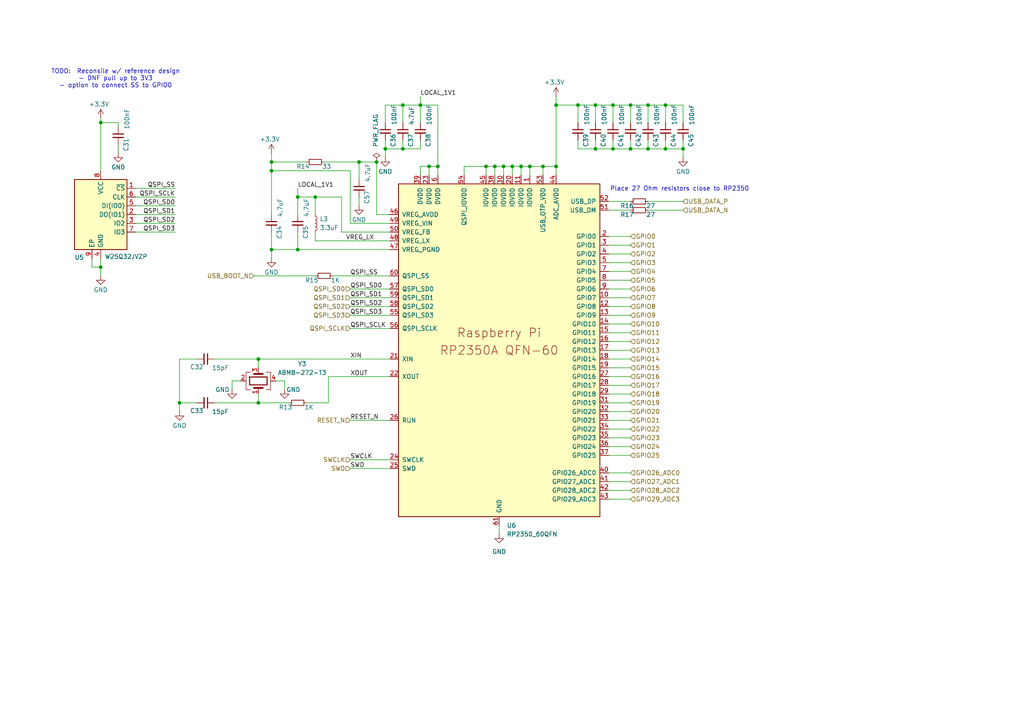
<source format=kicad_sch>
(kicad_sch (version 20231120) (generator "eeschema") (generator_version "8.0")
  (paper "A4")
  (title_block (title "RP2350 Target Board") (date "2024-10-23") (rev "rev1-pre3") (company "Pigweed"))
  (lib_symbols
    (symbol "Device:C_Small" (pin_numbers hide) (pin_names (offset 0.254) hide)
      (property "Reference" "C" (at 0.254 1.778 0))
      (property "Value" "C_Small" (at 0.254 -2.032 0))
      (symbol "C_Small_0_1"
        (polyline (pts (xy -1.524 -0.508) (xy 1.524 -0.508)) (stroke (width 0.3302)))
        (polyline (pts (xy -1.524 0.508) (xy 1.524 0.508)) (stroke (width 0.3048)))
      )
      (symbol "C_Small_1_1"
        (pin passive line (at 0 2.54 270) (length 2.032) (name "~") (number "1"))
        (pin passive line (at 0 -2.54 90) (length 2.032) (name "~") (number "2"))
      )
    )
    (symbol "Device:Crystal_GND24" (pin_names (offset 1.016) hide)
      (property "Reference" "Y" (at 3.175 5.08 0))
      (property "Value" "Crystal_GND24" (at 3.175 3.175 0))
      (symbol "Crystal_GND24_0_1"
        (rectangle (start -1.143 2.54) (end 1.143 -2.54) (stroke (width 0.3048)))
        (polyline (pts (xy -2.54 0) (xy -2.032 0)))
        (polyline (pts (xy -2.032 -1.27) (xy -2.032 1.27)) (stroke (width 0.508)))
        (polyline (pts (xy 0 -3.81) (xy 0 -3.556)))
        (polyline (pts (xy 0 3.556) (xy 0 3.81)))
        (polyline (pts (xy 2.032 -1.27) (xy 2.032 1.27)) (stroke (width 0.508)))
        (polyline (pts (xy 2.032 0) (xy 2.54 0)))
        (polyline (pts (xy -2.54 -2.286) (xy -2.54 -3.556) (xy 2.54 -3.556) (xy 2.54 -2.286)))
        (polyline (pts (xy -2.54 2.286) (xy -2.54 3.556) (xy 2.54 3.556) (xy 2.54 2.286)))
      )
      (symbol "Crystal_GND24_1_1"
        (pin passive line (at -3.81 0 0) (length 1.27) (name "1") (number "1"))
        (pin passive line (at 0 5.08 270) (length 1.27) (name "2") (number "2"))
        (pin passive line (at 3.81 0 180) (length 1.27) (name "3") (number "3"))
        (pin passive line (at 0 -5.08 90) (length 1.27) (name "4") (number "4"))
      )
    )
    (symbol "Device:L_Small" (pin_numbers hide) (pin_names (offset 0.254) hide)
      (property "Reference" "L" (at 0.762 1.016 0))
      (property "Value" "L_Small" (at 0.762 -1.016 0))
      (symbol "L_Small_0_1"
        (arc (start 0 -2.032) (mid 0.5058 -1.524) (end 0 -1.016))
        (arc (start 0 -1.016) (mid 0.5058 -0.508) (end 0 0))
        (arc (start 0 0) (mid 0.5058 0.508) (end 0 1.016))
        (arc (start 0 1.016) (mid 0.5058 1.524) (end 0 2.032))
      )
      (symbol "L_Small_1_1"
        (pin passive line (at 0 2.54 270) (length 0.508) (name "~") (number "1"))
        (pin passive line (at 0 -2.54 90) (length 0.508) (name "~") (number "2"))
      )
    )
    (symbol "Device:R_Small" (pin_numbers hide) (pin_names (offset 0.254) hide)
      (property "Reference" "R" (at 0.762 0.508 0))
      (property "Value" "R_Small" (at 0.762 -1.016 0))
      (symbol "R_Small_0_1"
        (rectangle (start -0.762 1.778) (end 0.762 -1.778) (stroke (width 0.2032)))
      )
      (symbol "R_Small_1_1"
        (pin passive line (at 0 2.54 270) (length 0.762) (name "~") (number "1"))
        (pin passive line (at 0 -2.54 90) (length 0.762) (name "~") (number "2"))
      )
    )
    (symbol "MCU_RaspberryPi_RP2350:RP2350_60QFN" (pin_names (offset 1.016))
      (property "Reference" "U" (at -29.21 49.53 0))
      (property "Value" "RP2350_60QFN" (at 24.13 -49.53 0))
      (symbol "RP2350_60QFN_0_0"
        (text "Raspberry Pi" (at 0 5.08 0) (effects (font (size 2.54 2.54))))
      )
      (symbol "RP2350_60QFN_0_1"
        (rectangle (start -29.21 48.26) (end 29.21 -48.26) (stroke (width 0.254)) (fill (type background)))
      )
      (symbol "RP2350_60QFN_1_0"
        (text "RP2350A QFN-60" (at 0 0 0) (effects (font (size 2.54 2.54))))
      )
      (symbol "RP2350_60QFN_1_1"
        (pin power_in line (at 8.89 50.8 270) (length 2.54) (name "IOVDD") (number "1"))
        (pin bidirectional line (at 31.75 15.24 180) (length 2.54) (name "GPIO7") (number "10"))
        (pin power_in line (at 6.35 50.8 270) (length 2.54) (name "IOVDD") (number "11"))
        (pin bidirectional line (at 31.75 12.7 180) (length 2.54) (name "GPIO8") (number "12"))
        (pin bidirectional line (at 31.75 10.16 180) (length 2.54) (name "GPIO9") (number "13"))
        (pin bidirectional line (at 31.75 7.62 180) (length 2.54) (name "GPIO10") (number "14"))
        (pin bidirectional line (at 31.75 5.08 180) (length 2.54) (name "GPIO11") (number "15"))
        (pin bidirectional line (at 31.75 2.54 180) (length 2.54) (name "GPIO12") (number "16"))
        (pin bidirectional line (at 31.75 0 180) (length 2.54) (name "GPIO13") (number "17"))
        (pin bidirectional line (at 31.75 -2.54 180) (length 2.54) (name "GPIO14") (number "18"))
        (pin bidirectional line (at 31.75 -5.08 180) (length 2.54) (name "GPIO15") (number "19"))
        (pin bidirectional line (at 31.75 33.02 180) (length 2.54) (name "GPIO0") (number "2"))
        (pin power_in line (at 3.81 50.8 270) (length 2.54) (name "IOVDD") (number "20"))
        (pin input line (at -31.75 -2.54 0) (length 2.54) (name "XIN") (number "21"))
        (pin passive line (at -31.75 -7.62 0) (length 2.54) (name "XOUT") (number "22"))
        (pin power_in line (at -20.32 50.8 270) (length 2.54) (name "DVDD") (number "23"))
        (pin input line (at -31.75 -31.75 0) (length 2.54) (name "SWCLK") (number "24"))
        (pin bidirectional line (at -31.75 -34.29 0) (length 2.54) (name "SWD") (number "25"))
        (pin input line (at -31.75 -20.32 0) (length 2.54) (name "RUN") (number "26"))
        (pin bidirectional line (at 31.75 -7.62 180) (length 2.54) (name "GPIO16") (number "27"))
        (pin bidirectional line (at 31.75 -10.16 180) (length 2.54) (name "GPIO17") (number "28"))
        (pin bidirectional line (at 31.75 -12.7 180) (length 2.54) (name "GPIO18") (number "29"))
        (pin bidirectional line (at 31.75 30.48 180) (length 2.54) (name "GPIO1") (number "3"))
        (pin power_in line (at 1.27 50.8 270) (length 2.54) (name "IOVDD") (number "30"))
        (pin bidirectional line (at 31.75 -15.24 180) (length 2.54) (name "GPIO19") (number "31"))
        (pin bidirectional line (at 31.75 -17.78 180) (length 2.54) (name "GPIO20") (number "32"))
        (pin bidirectional line (at 31.75 -20.32 180) (length 2.54) (name "GPIO21") (number "33"))
        (pin bidirectional line (at 31.75 -22.86 180) (length 2.54) (name "GPIO22") (number "34"))
        (pin bidirectional line (at 31.75 -25.4 180) (length 2.54) (name "GPIO23") (number "35"))
        (pin bidirectional line (at 31.75 -27.94 180) (length 2.54) (name "GPIO24") (number "36"))
        (pin bidirectional line (at 31.75 -30.48 180) (length 2.54) (name "GPIO25") (number "37"))
        (pin power_in line (at -1.27 50.8 270) (length 2.54) (name "IOVDD") (number "38"))
        (pin power_in line (at -22.86 50.8 270) (length 2.54) (name "DVDD") (number "39"))
        (pin bidirectional line (at 31.75 27.94 180) (length 2.54) (name "GPIO2") (number "4"))
        (pin bidirectional line (at 31.75 -35.56 180) (length 2.54) (name "GPIO26_ADC0") (number "40"))
        (pin bidirectional line (at 31.75 -38.1 180) (length 2.54) (name "GPIO27_ADC1") (number "41"))
        (pin bidirectional line (at 31.75 -40.64 180) (length 2.54) (name "GPIO28_ADC2") (number "42"))
        (pin bidirectional line (at 31.75 -43.18 180) (length 2.54) (name "GPIO29_ADC3") (number "43"))
        (pin power_in line (at 16.51 50.8 270) (length 2.54) (name "ADC_AVDD") (number "44"))
        (pin power_in line (at -3.81 50.8 270) (length 2.54) (name "IOVDD") (number "45"))
        (pin power_in line (at -31.75 39.37 0) (length 2.54) (name "VREG_AVDD") (number "46"))
        (pin power_in line (at -31.75 29.21 0) (length 2.54) (name "VREG_PGND") (number "47"))
        (pin power_out line (at -31.75 31.75 0) (length 2.54) (name "VREG_LX") (number "48"))
        (pin power_in line (at -31.75 36.83 0) (length 2.54) (name "VREG_VIN") (number "49"))
        (pin bidirectional line (at 31.75 25.4 180) (length 2.54) (name "GPIO3") (number "5"))
        (pin input line (at -31.75 34.29 0) (length 2.54) (name "VREG_FB") (number "50"))
        (pin bidirectional line (at 31.75 40.64 180) (length 2.54) (name "USB_DM") (number "51"))
        (pin bidirectional line (at 31.75 43.18 180) (length 2.54) (name "USB_DP") (number "52"))
        (pin power_in line (at 12.7 50.8 270) (length 2.54) (name "USB_OTP_VDD") (number "53"))
        (pin power_in line (at -10.16 50.8 270) (length 2.54) (name "QSPI_IOVDD") (number "54"))
        (pin bidirectional line (at -31.75 10.16 0) (length 2.54) (name "QSPI_SD3") (number "55"))
        (pin output line (at -31.75 6.35 0) (length 2.54) (name "QSPI_SCLK") (number "56"))
        (pin bidirectional line (at -31.75 17.78 0) (length 2.54) (name "QSPI_SD0") (number "57"))
        (pin bidirectional line (at -31.75 12.7 0) (length 2.54) (name "QSPI_SD2") (number "58"))
        (pin bidirectional line (at -31.75 15.24 0) (length 2.54) (name "QSPI_SD1") (number "59"))
        (pin power_in line (at -17.78 50.8 270) (length 2.54) (name "DVDD") (number "6"))
        (pin bidirectional line (at -31.75 21.59 0) (length 2.54) (name "QSPI_SS") (number "60"))
        (pin power_in line (at 0 -50.8 90) (length 2.54) (name "GND") (number "61"))
        (pin bidirectional line (at 31.75 22.86 180) (length 2.54) (name "GPIO4") (number "7"))
        (pin bidirectional line (at 31.75 20.32 180) (length 2.54) (name "GPIO5") (number "8"))
        (pin bidirectional line (at 31.75 17.78 180) (length 2.54) (name "GPIO6") (number "9"))
      )
    )
    (symbol "Memory_Flash:W25Q32JVZP"
      (property "Reference" "U" (at -6.35 11.43 0))
      (property "Value" "W25Q32JVZP" (at 7.62 11.43 0))
      (symbol "W25Q32JVZP_0_1"
        (rectangle (start -7.62 10.16) (end 7.62 -10.16) (stroke (width 0.254)) (fill (type background)))
      )
      (symbol "W25Q32JVZP_1_1"
        (pin input line (at -10.16 7.62 0) (length 2.54) (name "~{CS}") (number "1"))
        (pin bidirectional line (at -10.16 0 0) (length 2.54) (name "DO(IO1)") (number "2"))
        (pin bidirectional line (at -10.16 -2.54 0) (length 2.54) (name "IO2") (number "3"))
        (pin power_in line (at 0 -12.7 90) (length 2.54) (name "GND") (number "4"))
        (pin bidirectional line (at -10.16 2.54 0) (length 2.54) (name "DI(IO0)") (number "5"))
        (pin input line (at -10.16 5.08 0) (length 2.54) (name "CLK") (number "6"))
        (pin bidirectional line (at -10.16 -5.08 0) (length 2.54) (name "IO3") (number "7"))
        (pin power_in line (at 0 12.7 270) (length 2.54) (name "VCC") (number "8"))
        (pin passive line (at 2.54 -12.7 90) (length 2.54) (name "EP") (number "9"))
      )
    )
    (symbol "power:+3.3V" (power) (pin_numbers hide) (pin_names (offset 0) hide)
      (property "Value" "+3.3V" (at 0 3.556 0))
      (symbol "+3.3V_0_1"
        (polyline (pts (xy -0.762 1.27) (xy 0 2.54)))
        (polyline (pts (xy 0 0) (xy 0 2.54)))
        (polyline (pts (xy 0 2.54) (xy 0.762 1.27)))
      )
      (symbol "+3.3V_1_1"
        (pin power_in line (at 0 0 90) (length 0) (name "~") (number "1"))
      )
    )
    (symbol "power:GND" (power) (pin_numbers hide) (pin_names (offset 0) hide)
      (property "Value" "GND" (at 0 -3.81 0))
      (symbol "GND_0_1"
        (polyline (pts (xy 0 0) (xy 0 -1.27) (xy 1.27 -1.27) (xy 0 -2.54) (xy -1.27 -1.27) (xy 0 -1.27)))
      )
      (symbol "GND_1_1"
        (pin power_in line (at 0 0 270) (length 0) (name "~") (number "1"))
      )
    )
    (symbol "power:PWR_FLAG" (power) (pin_numbers hide) (pin_names (offset 0) hide)
      (property "Value" "PWR_FLAG" (at 0 3.81 0))
      (symbol "PWR_FLAG_0_0"
        (pin power_out line (at 0 0 90) (length 0) (name "~") (number "1"))
      )
      (symbol "PWR_FLAG_0_1"
        (polyline (pts (xy 0 0) (xy 0 1.27) (xy -1.016 1.905) (xy 0 2.54) (xy 1.016 1.905) (xy 0 1.27)))
      )
    )
  )
  (junction (at 193.04 30.48))
  (junction (at 116.84 30.48))
  (junction (at 143.51 48.26))
  (junction (at 109.22 46.99))
  (junction (at 187.96 30.48))
  (junction (at 116.84 43.18))
  (junction (at 52.07 116.84))
  (junction (at 124.46 48.26))
  (junction (at 151.13 48.26))
  (junction (at 127 48.26))
  (junction (at 193.04 43.18))
  (junction (at 167.64 30.48))
  (junction (at 148.59 48.26))
  (junction (at 146.05 48.26))
  (junction (at 78.74 72.39))
  (junction (at 177.8 43.18))
  (junction (at 172.72 30.48))
  (junction (at 182.88 43.18))
  (junction (at 78.74 46.99))
  (junction (at 104.14 46.99))
  (junction (at 78.74 49.53))
  (junction (at 91.44 57.15))
  (junction (at 140.97 48.26))
  (junction (at 121.92 30.48))
  (junction (at 182.88 30.48))
  (junction (at 74.93 116.84))
  (junction (at 172.72 43.18))
  (junction (at 111.76 43.18))
  (junction (at 29.21 35.56))
  (junction (at 86.36 72.39))
  (junction (at 161.29 30.48))
  (junction (at 153.67 48.26))
  (junction (at 198.12 43.18))
  (junction (at 86.36 57.15))
  (junction (at 157.48 48.26))
  (junction (at 187.96 43.18))
  (junction (at 161.29 48.26))
  (junction (at 29.21 77.47))
  (junction (at 177.8 30.48))
  (junction (at 74.93 104.14))
  (wire (pts (xy 182.88 30.48) (xy 182.88 35.56)))
  (wire (pts (xy 78.74 46.99) (xy 88.9 46.99)))
  (wire (pts (xy 176.53 137.16) (xy 182.88 137.16)))
  (wire (pts (xy 176.53 91.44) (xy 182.88 91.44)))
  (wire (pts (xy 111.76 43.18) (xy 111.76 45.72)))
  (wire (pts (xy 29.21 35.56) (xy 29.21 49.53)))
  (wire (pts (xy 121.92 43.18) (xy 116.84 43.18)))
  (wire (pts (xy 73.66 80.01) (xy 91.44 80.01)))
  (wire (pts (xy 187.96 43.18) (xy 193.04 43.18)))
  (wire (pts (xy 124.46 48.26) (xy 121.92 48.26)))
  (wire (pts (xy 121.92 40.64) (xy 121.92 43.18)))
  (wire (pts (xy 176.53 104.14) (xy 182.88 104.14)))
  (wire (pts (xy 176.53 129.54) (xy 182.88 129.54)))
  (wire (pts (xy 151.13 48.26) (xy 151.13 50.8)))
  (wire (pts (xy 116.84 30.48) (xy 116.84 35.56)))
  (wire (pts (xy 161.29 48.26) (xy 161.29 50.8)))
  (wire (pts (xy 101.6 88.9) (xy 113.03 88.9)))
  (wire (pts (xy 176.53 71.12) (xy 182.88 71.12)))
  (wire (pts (xy 176.53 93.98) (xy 182.88 93.98)))
  (wire (pts (xy 176.53 106.68) (xy 182.88 106.68)))
  (wire (pts (xy 39.37 54.61) (xy 50.8 54.61)))
  (wire (pts (xy 193.04 30.48) (xy 193.04 35.56)))
  (wire (pts (xy 109.22 62.23) (xy 109.22 46.99)))
  (wire (pts (xy 101.6 83.82) (xy 113.03 83.82)))
  (wire (pts (xy 157.48 48.26) (xy 157.48 50.8)))
  (wire (pts (xy 34.29 41.91) (xy 34.29 44.45)))
  (wire (pts (xy 111.76 30.48) (xy 111.76 35.56)))
  (wire (pts (xy 182.88 40.64) (xy 182.88 43.18)))
  (wire (pts (xy 101.6 91.44) (xy 113.03 91.44)))
  (wire (pts (xy 34.29 36.83) (xy 34.29 35.56)))
  (wire (pts (xy 176.53 114.3) (xy 182.88 114.3)))
  (wire (pts (xy 134.62 50.8) (xy 134.62 48.26)))
  (wire (pts (xy 153.67 48.26) (xy 157.48 48.26)))
  (wire (pts (xy 176.53 78.74) (xy 182.88 78.74)))
  (wire (pts (xy 121.92 30.48) (xy 127 30.48)))
  (wire (pts (xy 91.44 67.31) (xy 91.44 69.85)))
  (wire (pts (xy 86.36 54.61) (xy 86.36 57.15)))
  (wire (pts (xy 176.53 88.9) (xy 182.88 88.9)))
  (wire (pts (xy 113.03 62.23) (xy 109.22 62.23)))
  (wire (pts (xy 124.46 48.26) (xy 124.46 50.8)))
  (wire (pts (xy 176.53 132.08) (xy 182.88 132.08)))
  (wire (pts (xy 116.84 30.48) (xy 111.76 30.48)))
  (wire (pts (xy 172.72 30.48) (xy 177.8 30.48)))
  (wire (pts (xy 39.37 67.31) (xy 50.8 67.31)))
  (wire (pts (xy 153.67 48.26) (xy 153.67 50.8)))
  (wire (pts (xy 121.92 35.56) (xy 121.92 30.48)))
  (wire (pts (xy 57.15 104.14) (xy 52.07 104.14)))
  (wire (pts (xy 176.53 68.58) (xy 182.88 68.58)))
  (wire (pts (xy 187.96 30.48) (xy 187.96 35.56)))
  (wire (pts (xy 176.53 142.24) (xy 182.88 142.24)))
  (wire (pts (xy 187.96 58.42) (xy 198.12 58.42)))
  (wire (pts (xy 52.07 116.84) (xy 57.15 116.84)))
  (wire (pts (xy 157.48 48.26) (xy 161.29 48.26)))
  (wire (pts (xy 193.04 40.64) (xy 193.04 43.18)))
  (wire (pts (xy 74.93 116.84) (xy 83.82 116.84)))
  (wire (pts (xy 99.06 57.15) (xy 99.06 67.31)))
  (wire (pts (xy 93.98 46.99) (xy 104.14 46.99)))
  (wire (pts (xy 67.31 110.49) (xy 67.31 113.03)))
  (wire (pts (xy 62.23 104.14) (xy 74.93 104.14)))
  (wire (pts (xy 52.07 104.14) (xy 52.07 116.84)))
  (wire (pts (xy 176.53 101.6) (xy 182.88 101.6)))
  (wire (pts (xy 78.74 44.45) (xy 78.74 46.99)))
  (wire (pts (xy 116.84 43.18) (xy 111.76 43.18)))
  (wire (pts (xy 78.74 49.53) (xy 78.74 62.23)))
  (wire (pts (xy 62.23 116.84) (xy 74.93 116.84)))
  (wire (pts (xy 176.53 119.38) (xy 182.88 119.38)))
  (wire (pts (xy 146.05 48.26) (xy 146.05 50.8)))
  (wire (pts (xy 74.93 114.3) (xy 74.93 116.84)))
  (wire (pts (xy 39.37 64.77) (xy 50.8 64.77)))
  (wire (pts (xy 198.12 30.48) (xy 198.12 35.56)))
  (wire (pts (xy 39.37 62.23) (xy 50.8 62.23)))
  (wire (pts (xy 148.59 48.26) (xy 151.13 48.26)))
  (wire (pts (xy 176.53 139.7) (xy 182.88 139.7)))
  (wire (pts (xy 101.6 121.92) (xy 113.03 121.92)))
  (wire (pts (xy 176.53 60.96) (xy 182.88 60.96)))
  (wire (pts (xy 193.04 43.18) (xy 198.12 43.18)))
  (wire (pts (xy 86.36 57.15) (xy 91.44 57.15)))
  (wire (pts (xy 176.53 83.82) (xy 182.88 83.82)))
  (wire (pts (xy 176.53 121.92) (xy 182.88 121.92)))
  (wire (pts (xy 167.64 30.48) (xy 172.72 30.48)))
  (wire (pts (xy 176.53 109.22) (xy 182.88 109.22)))
  (wire (pts (xy 182.88 30.48) (xy 187.96 30.48)))
  (wire (pts (xy 104.14 57.15) (xy 104.14 59.69)))
  (wire (pts (xy 176.53 58.42) (xy 182.88 58.42)))
  (wire (pts (xy 177.8 43.18) (xy 182.88 43.18)))
  (wire (pts (xy 176.53 73.66) (xy 182.88 73.66)))
  (wire (pts (xy 101.6 64.77) (xy 101.6 49.53)))
  (wire (pts (xy 78.74 49.53) (xy 101.6 49.53)))
  (wire (pts (xy 78.74 72.39) (xy 78.74 67.31)))
  (wire (pts (xy 111.76 43.18) (xy 111.76 40.64)))
  (wire (pts (xy 161.29 30.48) (xy 161.29 48.26)))
  (wire (pts (xy 176.53 127) (xy 182.88 127)))
  (wire (pts (xy 101.6 135.89) (xy 113.03 135.89)))
  (wire (pts (xy 86.36 57.15) (xy 86.36 62.23)))
  (wire (pts (xy 176.53 124.46) (xy 182.88 124.46)))
  (wire (pts (xy 86.36 72.39) (xy 113.03 72.39)))
  (wire (pts (xy 144.78 152.4) (xy 144.78 154.94)))
  (wire (pts (xy 113.03 67.31) (xy 99.06 67.31)))
  (wire (pts (xy 78.74 46.99) (xy 78.74 49.53)))
  (wire (pts (xy 193.04 30.48) (xy 198.12 30.48)))
  (wire (pts (xy 95.25 109.22) (xy 95.25 116.84)))
  (wire (pts (xy 198.12 43.18) (xy 198.12 45.72)))
  (wire (pts (xy 176.53 116.84) (xy 182.88 116.84)))
  (wire (pts (xy 176.53 144.78) (xy 182.88 144.78)))
  (wire (pts (xy 176.53 76.2) (xy 182.88 76.2)))
  (wire (pts (xy 176.53 86.36) (xy 182.88 86.36)))
  (wire (pts (xy 39.37 59.69) (xy 50.8 59.69)))
  (wire (pts (xy 104.14 46.99) (xy 104.14 52.07)))
  (wire (pts (xy 101.6 133.35) (xy 113.03 133.35)))
  (wire (pts (xy 140.97 48.26) (xy 143.51 48.26)))
  (wire (pts (xy 151.13 48.26) (xy 153.67 48.26)))
  (wire (pts (xy 127 50.8) (xy 127 48.26)))
  (wire (pts (xy 187.96 30.48) (xy 193.04 30.48)))
  (wire (pts (xy 148.59 48.26) (xy 148.59 50.8)))
  (wire (pts (xy 161.29 30.48) (xy 167.64 30.48)))
  (wire (pts (xy 101.6 95.25) (xy 113.03 95.25)))
  (wire (pts (xy 182.88 43.18) (xy 187.96 43.18)))
  (wire (pts (xy 74.93 104.14) (xy 113.03 104.14)))
  (wire (pts (xy 91.44 57.15) (xy 91.44 62.23)))
  (wire (pts (xy 146.05 48.26) (xy 148.59 48.26)))
  (wire (pts (xy 29.21 77.47) (xy 29.21 80.01)))
  (wire (pts (xy 177.8 30.48) (xy 177.8 35.56)))
  (wire (pts (xy 26.67 77.47) (xy 29.21 77.47)))
  (wire (pts (xy 95.25 109.22) (xy 113.03 109.22)))
  (wire (pts (xy 176.53 99.06) (xy 182.88 99.06)))
  (wire (pts (xy 187.96 60.96) (xy 198.12 60.96)))
  (wire (pts (xy 86.36 67.31) (xy 86.36 72.39)))
  (wire (pts (xy 172.72 40.64) (xy 172.72 43.18)))
  (wire (pts (xy 172.72 43.18) (xy 177.8 43.18)))
  (wire (pts (xy 121.92 30.48) (xy 116.84 30.48)))
  (wire (pts (xy 176.53 81.28) (xy 182.88 81.28)))
  (wire (pts (xy 161.29 27.94) (xy 161.29 30.48)))
  (wire (pts (xy 99.06 57.15) (xy 91.44 57.15)))
  (wire (pts (xy 121.92 48.26) (xy 121.92 50.8)))
  (wire (pts (xy 167.64 35.56) (xy 167.64 30.48)))
  (wire (pts (xy 143.51 48.26) (xy 146.05 48.26)))
  (wire (pts (xy 39.37 57.15) (xy 50.8 57.15)))
  (wire (pts (xy 78.74 72.39) (xy 78.74 74.93)))
  (wire (pts (xy 177.8 30.48) (xy 182.88 30.48)))
  (wire (pts (xy 167.64 40.64) (xy 167.64 43.18)))
  (wire (pts (xy 140.97 48.26) (xy 140.97 50.8)))
  (wire (pts (xy 26.67 74.93) (xy 26.67 77.47)))
  (wire (pts (xy 29.21 74.93) (xy 29.21 77.47)))
  (wire (pts (xy 176.53 111.76) (xy 182.88 111.76)))
  (wire (pts (xy 172.72 30.48) (xy 172.72 35.56)))
  (wire (pts (xy 187.96 40.64) (xy 187.96 43.18)))
  (wire (pts (xy 121.92 27.94) (xy 121.92 30.48)))
  (wire (pts (xy 78.74 72.39) (xy 86.36 72.39)))
  (wire (pts (xy 69.85 110.49) (xy 67.31 110.49)))
  (wire (pts (xy 177.8 40.64) (xy 177.8 43.18)))
  (wire (pts (xy 80.01 110.49) (xy 82.55 110.49)))
  (wire (pts (xy 96.52 80.01) (xy 113.03 80.01)))
  (wire (pts (xy 134.62 48.26) (xy 140.97 48.26)))
  (wire (pts (xy 176.53 96.52) (xy 182.88 96.52)))
  (wire (pts (xy 116.84 43.18) (xy 116.84 40.64)))
  (wire (pts (xy 101.6 86.36) (xy 113.03 86.36)))
  (wire (pts (xy 91.44 69.85) (xy 113.03 69.85)))
  (wire (pts (xy 127 30.48) (xy 127 48.26)))
  (wire (pts (xy 74.93 104.14) (xy 74.93 106.68)))
  (wire (pts (xy 167.64 43.18) (xy 172.72 43.18)))
  (wire (pts (xy 143.51 48.26) (xy 143.51 50.8)))
  (wire (pts (xy 29.21 34.29) (xy 29.21 35.56)))
  (wire (pts (xy 88.9 116.84) (xy 95.25 116.84)))
  (wire (pts (xy 34.29 35.56) (xy 29.21 35.56)))
  (wire (pts (xy 52.07 116.84) (xy 52.07 119.38)))
  (wire (pts (xy 113.03 64.77) (xy 101.6 64.77)))
  (wire (pts (xy 82.55 110.49) (xy 82.55 113.03)))
  (wire (pts (xy 104.14 46.99) (xy 109.22 46.99)))
  (wire (pts (xy 127 48.26) (xy 124.46 48.26)))
  (wire (pts (xy 198.12 43.18) (xy 198.12 40.64)))
  (text "Place 27 Ohm resistors close to RP2350" (at 197.104 54.864 0) (effects (font (size 1.27 1.27))))
  (text "TODO:  Reconsile w/ reference design\n- DNF pull up to 3V3\n- option to connect SS to GPIO0" (at 33.528 22.86 0) (effects (font (size 1.27 1.27))))
  (label "QSPI_SD3" (at 50.8 67.31 180))
  (label "LOCAL_1V1" (at 86.36 54.61 0))
  (label "QSPI_SD1" (at 50.8 62.23 180))
  (label "XOUT" (at 101.6 109.22 0))
  (label "QSPI_SD2" (at 101.6 88.9 0))
  (label "SWCLK" (at 101.6 133.35 0))
  (label "LOCAL_1V1" (at 121.92 27.94 0))
  (label "XIN" (at 101.6 104.14 0))
  (label "QSPI_SCLK" (at 50.8 57.15 180))
  (label "QSPI_SD0" (at 50.8 59.69 180))
  (label "QSPI_SD1" (at 101.6 86.36 0))
  (label "QSPI_SD2" (at 50.8 64.77 180))
  (label "QSPI_SCLK" (at 101.6 95.25 0))
  (label "SWD" (at 101.6 135.89 0))
  (label "VREG_LX" (at 100.33 69.85 0))
  (label "QSPI_SD3" (at 101.6 91.44 0))
  (label "QSPI_SS" (at 50.8 54.61 180))
  (label "QSPI_SD0" (at 101.6 83.82 0))
  (label "RESET_N" (at 101.6 121.92 0))
  (label "QSPI_SS" (at 101.6 80.01 0))
  (hierarchical_label "GPIO19" (shape input) (at 182.88 116.84 0))
  (hierarchical_label "GPIO26_ADC0" (shape input) (at 182.88 137.16 0))
  (hierarchical_label "GPIO7" (shape input) (at 182.88 86.36 0))
  (hierarchical_label "USB_DATA_N" (shape input) (at 198.12 60.96 0))
  (hierarchical_label "QSPI_SD3" (shape input) (at 101.6 91.44 180))
  (hierarchical_label "GPIO13" (shape input) (at 182.88 101.6 0))
  (hierarchical_label "QSPI_SD0" (shape input) (at 101.6 83.82 180))
  (hierarchical_label "QSPI_SCLK" (shape input) (at 101.6 95.25 180))
  (hierarchical_label "GPIO22" (shape input) (at 182.88 124.46 0))
  (hierarchical_label "SWD" (shape input) (at 101.6 135.89 180))
  (hierarchical_label "GPIO23" (shape input) (at 182.88 127 0))
  (hierarchical_label "GPIO3" (shape input) (at 182.88 76.2 0))
  (hierarchical_label "GPIO25" (shape input) (at 182.88 132.08 0))
  (hierarchical_label "QSPI_SD2" (shape input) (at 101.6 88.9 180))
  (hierarchical_label "GPIO24" (shape input) (at 182.88 129.54 0))
  (hierarchical_label "USB_DATA_P" (shape input) (at 198.12 58.42 0))
  (hierarchical_label "RESET_N" (shape input) (at 101.6 121.92 180))
  (hierarchical_label "GPIO12" (shape input) (at 182.88 99.06 0))
  (hierarchical_label "GPIO29_ADC3" (shape input) (at 182.88 144.78 0))
  (hierarchical_label "GPIO5" (shape input) (at 182.88 81.28 0))
  (hierarchical_label "GPIO8" (shape input) (at 182.88 88.9 0))
  (hierarchical_label "GPIO14" (shape input) (at 182.88 104.14 0))
  (hierarchical_label "GPIO6" (shape input) (at 182.88 83.82 0))
  (hierarchical_label "USB_BOOT_N" (shape input) (at 73.66 80.01 180))
  (hierarchical_label "GPIO4" (shape input) (at 182.88 78.74 0))
  (hierarchical_label "GPIO20" (shape input) (at 182.88 119.38 0))
  (hierarchical_label "GPIO2" (shape input) (at 182.88 73.66 0))
  (hierarchical_label "GPIO27_ADC1" (shape input) (at 182.88 139.7 0))
  (hierarchical_label "GPIO18" (shape input) (at 182.88 114.3 0))
  (hierarchical_label "GPIO15" (shape input) (at 182.88 106.68 0))
  (hierarchical_label "GPIO9" (shape input) (at 182.88 91.44 0))
  (hierarchical_label "GPIO11" (shape input) (at 182.88 96.52 0))
  (hierarchical_label "QSPI_SD1" (shape input) (at 101.6 86.36 180))
  (hierarchical_label "GPIO16" (shape input) (at 182.88 109.22 0))
  (hierarchical_label "GPIO10" (shape input) (at 182.88 93.98 0))
  (hierarchical_label "GPIO17" (shape input) (at 182.88 111.76 0))
  (hierarchical_label "GPIO28_ADC2" (shape input) (at 182.88 142.24 0))
  (hierarchical_label "GPIO21" (shape input) (at 182.88 121.92 0))
  (hierarchical_label "GPIO0" (shape input) (at 182.88 68.58 0))
  (hierarchical_label "SWCLK" (shape input) (at 101.6 133.35 180))
  (hierarchical_label "GPIO1" (shape input) (at 182.88 71.12 0))
  (symbol (lib_id "Device:R_Small") (at 93.98 80.01 90) (unit 1)
    (property "Reference" "R15" (at 90.424 81.28 90))
    (property "Value" "1K" (at 97.282 81.28 90))
    (property "Footprint" "Resistor_SMD:R_0402_1005Metric" (effects (hide yes)))
    (property "Datasheet" "https://www.lcsc.com/datasheet/lcsc_datasheet_2304140030_YAGEO-RC0402FR-071KL_C106235.pdf" (effects (hide yes)))
    (property "Description" "Resistor, small symbol" (effects (hide yes)))
    (property "Manufacturer" "YAGEO" (effects (hide yes)))
    (property "ManufacturerPartNo" "RC0402FR-071KL " (effects (hide yes)))
    (property "LCSC" "C106235" (effects (hide yes)))
    (instances (project "rp2350_target_board" (path "" (reference "R15") (unit 1)) (path "" (reference "R8") (unit 1)) (path "" (reference "R5") (unit 1))))
  )
  (symbol (lib_id "Device:R_Small") (at 86.36 116.84 90) (unit 1)
    (property "Reference" "R13" (at 82.804 118.11 90))
    (property "Value" "1K" (at 89.662 118.11 90))
    (property "Footprint" "Resistor_SMD:R_0402_1005Metric" (effects (hide yes)))
    (property "Datasheet" "https://www.lcsc.com/datasheet/lcsc_datasheet_2304140030_YAGEO-RC0402FR-071KL_C106235.pdf" (effects (hide yes)))
    (property "Description" "Resistor, small symbol" (effects (hide yes)))
    (property "Manufacturer" "YAGEO" (effects (hide yes)))
    (property "ManufacturerPartNo" "RC0402FR-071KL " (effects (hide yes)))
    (property "LCSC" "C106235" (effects (hide yes)))
    (instances (project "rp2350_target_board" (path "" (reference "R13") (unit 1)) (path "" (reference "R6") (unit 1)) (path "" (reference "R3") (unit 1))))
  )
  (symbol (lib_id "power:GND") (at 144.78 154.94 0) (mirror y) (unit 1)
    (property "Reference" "#PWR035" (effects (hide yes)))
    (property "Value" "GND" (at 144.78 160.02 0))
    (property "Description" "Power symbol creates a global label with name \"GND\" , ground" (effects (hide yes)))
    (instances (project "rp2350_target_board" (path "" (reference "#PWR035") (unit 1)) (path "" (reference "#PWR024") (unit 1)) (path "" (reference "#PWR013") (unit 1))))
  )
  (symbol (lib_id "Device:C_Small") (at 116.84 38.1 0) (unit 1)
    (property "Reference" "C37" (at 119.126 42.672 90) (effects (justify left)))
    (property "Value" "4.7uF" (at 119.38 36.322 90) (effects (justify left)))
    (property "Footprint" "Capacitor_SMD:C_0402_1005Metric" (effects (hide yes)))
    (property "Datasheet" "https://www.lcsc.com/datasheet/lcsc_datasheet_2304140030_Samsung-Electro-Mechanics-CL05A475KP5NRNC_C368809.pdf" (effects (hide yes)))
    (property "Description" "Unpolarized capacitor, small symbol" (effects (hide yes)))
    (property "Manufacturer" "Samsung Electro-Mechanics" (effects (hide yes)))
    (property "ManufacturerPartNo" "CL05A475KP5NRNC" (effects (hide yes)))
    (property "LCSC" "C368809" (effects (hide yes)))
    (instances (project "rp2350_target_board" (path "" (reference "C37") (unit 1)) (path "" (reference "C22") (unit 1)) (path "" (reference "C7") (unit 1))))
  )
  (symbol (lib_id "Device:R_Small") (at 185.42 60.96 90) (unit 1)
    (property "Reference" "R17" (at 181.864 62.23 90))
    (property "Value" "27" (at 188.722 62.23 90))
    (property "Footprint" "Resistor_SMD:R_0402_1005Metric" (effects (hide yes)))
    (property "Datasheet" "https://www.lcsc.com/datasheet/lcsc_datasheet_2304140030_YAGEO-RC0402FR-0727RL_C138021.pdf" (effects (hide yes)))
    (property "Description" "Resistor, small symbol" (effects (hide yes)))
    (property "Manufacturer" "YAGEO" (effects (hide yes)))
    (property "ManufacturerPartNo" "RC0402FR-0727RL" (effects (hide yes)))
    (property "LCSC" "C138021" (effects (hide yes)))
    (instances (project "rp2350_target_board" (path "" (reference "R17") (unit 1)) (path "" (reference "R10") (unit 1)) (path "" (reference "R12") (unit 1))))
  )
  (symbol (lib_id "Device:C_Small") (at 121.92 38.1 0) (unit 1)
    (property "Reference" "C38" (at 124.206 42.672 90) (effects (justify left)))
    (property "Value" "100nF" (at 124.46 36.322 90) (effects (justify left)))
    (property "Footprint" "Capacitor_SMD:C_0402_1005Metric" (effects (hide yes)))
    (property "Datasheet" "https://www.lcsc.com/datasheet/lcsc_datasheet_2203221430_YAGEO-CC0402KRX7R7BB104_C60474.pdf" (effects (hide yes)))
    (property "Description" "Unpolarized capacitor, small symbol" (effects (hide yes)))
    (property "Manufacturer" "YAGEO" (effects (hide yes)))
    (property "ManufacturerPartNo" "CC0402KRX7R7BB104" (effects (hide yes)))
    (property "LCSC" "C60474" (effects (hide yes)))
    (instances (project "rp2350_target_board" (path "" (reference "C38") (unit 1)) (path "" (reference "C23") (unit 1)) (path "" (reference "C8") (unit 1))))
  )
  (symbol (lib_id "Device:Crystal_GND24") (at 74.93 110.49 90) (unit 1)
    (property "Reference" "Y3" (at 87.63 105.5368 90))
    (property "Value" "ABM8-272-T3" (at 87.63 108.0768 90))
    (property "Footprint" "Crystal:Crystal_SMD_Abracon_ABM8G-4Pin_3.2x2.5mm" (effects (hide yes)))
    (property "Datasheet" "https://www.lcsc.com/datasheet/lcsc_datasheet_2402271053_Abracon-LLC-ABM8-272-T3_C20625731.pdf" (effects (hide yes)))
    (property "Description" "Four pin crystal, GND on pins 2 and 4" (effects (hide yes)))
    (property "Manufacturer" "Abracon LLC" (effects (hide yes)))
    (property "ManufacturerPartNo" "ABM8-272-T3 " (effects (hide yes)))
    (property "LCSC" "C20625731" (effects (hide yes)))
    (instances (project "rp2350_target_board" (path "" (reference "Y3") (unit 1)) (path "" (reference "Y2") (unit 1)) (path "" (reference "Y1") (unit 1))))
  )
  (symbol (lib_id "Device:C_Small") (at 167.64 38.1 0) (unit 1)
    (property "Reference" "C39" (at 169.926 42.672 90) (effects (justify left)))
    (property "Value" "100nF" (at 170.18 36.322 90) (effects (justify left)))
    (property "Footprint" "Capacitor_SMD:C_0402_1005Metric" (effects (hide yes)))
    (property "Datasheet" "https://www.lcsc.com/datasheet/lcsc_datasheet_2203221430_YAGEO-CC0402KRX7R7BB104_C60474.pdf" (effects (hide yes)))
    (property "Description" "Unpolarized capacitor, small symbol" (effects (hide yes)))
    (property "Manufacturer" "YAGEO" (effects (hide yes)))
    (property "ManufacturerPartNo" "CC0402KRX7R7BB104" (effects (hide yes)))
    (property "LCSC" "C60474" (effects (hide yes)))
    (instances (project "rp2350_target_board" (path "" (reference "C39") (unit 1)) (path "" (reference "C24") (unit 1)) (path "" (reference "C9") (unit 1))))
  )
  (symbol (lib_id "Device:R_Small") (at 185.42 58.42 90) (unit 1)
    (property "Reference" "R16" (at 181.864 59.69 90))
    (property "Value" "27" (at 188.722 59.69 90))
    (property "Footprint" "Resistor_SMD:R_0402_1005Metric" (effects (hide yes)))
    (property "Datasheet" "https://www.lcsc.com/datasheet/lcsc_datasheet_2304140030_YAGEO-RC0402FR-0727RL_C138021.pdf" (effects (hide yes)))
    (property "Description" "Resistor, small symbol" (effects (hide yes)))
    (property "Manufacturer" "YAGEO" (effects (hide yes)))
    (property "ManufacturerPartNo" "RC0402FR-0727RL" (effects (hide yes)))
    (property "LCSC" "C138021" (effects (hide yes)))
    (instances (project "rp2350_target_board" (path "" (reference "R16") (unit 1)) (path "" (reference "R9") (unit 1)) (path "" (reference "R11") (unit 1))))
  )
  (symbol (lib_id "power:GND") (at 111.76 45.72 0) (mirror y) (unit 1)
    (property "Reference" "#PWR034" (effects (hide yes)))
    (property "Value" "GND" (at 111.76 49.784 0))
    (property "Description" "Power symbol creates a global label with name \"GND\" , ground" (effects (hide yes)))
    (instances (project "rp2350_target_board" (path "" (reference "#PWR034") (unit 1)) (path "" (reference "#PWR022") (unit 1)) (path "" (reference "#PWR012") (unit 1))))
  )
  (symbol (lib_id "Device:C_Small") (at 198.12 38.1 0) (unit 1)
    (property "Reference" "C45" (at 200.406 42.672 90) (effects (justify left)))
    (property "Value" "100nF" (at 200.66 36.322 90) (effects (justify left)))
    (property "Footprint" "Capacitor_SMD:C_0402_1005Metric" (effects (hide yes)))
    (property "Datasheet" "https://www.lcsc.com/datasheet/lcsc_datasheet_2203221430_YAGEO-CC0402KRX7R7BB104_C60474.pdf" (effects (hide yes)))
    (property "Description" "Unpolarized capacitor, small symbol" (effects (hide yes)))
    (property "Manufacturer" "YAGEO" (effects (hide yes)))
    (property "ManufacturerPartNo" "CC0402KRX7R7BB104" (effects (hide yes)))
    (property "LCSC" "C60474" (effects (hide yes)))
    (instances (project "rp2350_target_board" (path "" (reference "C45") (unit 1)) (path "" (reference "C30") (unit 1)) (path "" (reference "C15") (unit 1))))
  )
  (symbol (lib_id "Device:C_Small") (at 187.96 38.1 0) (unit 1)
    (property "Reference" "C43" (at 190.246 42.672 90) (effects (justify left)))
    (property "Value" "100nF" (at 190.5 36.322 90) (effects (justify left)))
    (property "Footprint" "Capacitor_SMD:C_0402_1005Metric" (effects (hide yes)))
    (property "Datasheet" "https://www.lcsc.com/datasheet/lcsc_datasheet_2203221430_YAGEO-CC0402KRX7R7BB104_C60474.pdf" (effects (hide yes)))
    (property "Description" "Unpolarized capacitor, small symbol" (effects (hide yes)))
    (property "Manufacturer" "YAGEO" (effects (hide yes)))
    (property "ManufacturerPartNo" "CC0402KRX7R7BB104" (effects (hide yes)))
    (property "LCSC" "C60474" (effects (hide yes)))
    (instances (project "rp2350_target_board" (path "" (reference "C43") (unit 1)) (path "" (reference "C28") (unit 1)) (path "" (reference "C13") (unit 1))))
  )
  (symbol (lib_id "power:GND") (at 82.55 113.03 0) (mirror y) (unit 1)
    (property "Reference" "#PWR033" (effects (hide yes)))
    (property "Value" "GND" (at 85.09 113.03 0))
    (property "Description" "Power symbol creates a global label with name \"GND\" , ground" (effects (hide yes)))
    (instances (project "rp2350_target_board" (path "" (reference "#PWR033") (unit 1)) (path "" (reference "#PWR020") (unit 1)) (path "" (reference "#PWR011") (unit 1))))
  )
  (symbol (lib_id "power:GND") (at 29.21 80.01 0) (mirror y) (unit 1)
    (property "Reference" "#PWR028" (effects (hide yes)))
    (property "Value" "GND" (at 29.21 84.074 0))
    (property "Description" "Power symbol creates a global label with name \"GND\" , ground" (effects (hide yes)))
    (instances (project "rp2350_target_board" (path "" (reference "#PWR028") (unit 1)) (path "" (reference "#PWR015") (unit 1)) (path "" (reference "#PWR06") (unit 1))))
  )
  (symbol (lib_id "Device:C_Small") (at 177.8 38.1 0) (unit 1)
    (property "Reference" "C41" (at 180.086 42.672 90) (effects (justify left)))
    (property "Value" "100nF" (at 180.34 36.322 90) (effects (justify left)))
    (property "Footprint" "Capacitor_SMD:C_0402_1005Metric" (effects (hide yes)))
    (property "Datasheet" "https://www.lcsc.com/datasheet/lcsc_datasheet_2203221430_YAGEO-CC0402KRX7R7BB104_C60474.pdf" (effects (hide yes)))
    (property "Description" "Unpolarized capacitor, small symbol" (effects (hide yes)))
    (property "Manufacturer" "YAGEO" (effects (hide yes)))
    (property "ManufacturerPartNo" "CC0402KRX7R7BB104" (effects (hide yes)))
    (property "LCSC" "C60474" (effects (hide yes)))
    (instances (project "rp2350_target_board" (path "" (reference "C41") (unit 1)) (path "" (reference "C26") (unit 1)) (path "" (reference "C11") (unit 1))))
  )
  (symbol (lib_id "Device:C_Small") (at 182.88 38.1 0) (unit 1)
    (property "Reference" "C42" (at 185.166 42.672 90) (effects (justify left)))
    (property "Value" "100nF" (at 185.42 36.322 90) (effects (justify left)))
    (property "Footprint" "Capacitor_SMD:C_0402_1005Metric" (effects (hide yes)))
    (property "Datasheet" "https://www.lcsc.com/datasheet/lcsc_datasheet_2203221430_YAGEO-CC0402KRX7R7BB104_C60474.pdf" (effects (hide yes)))
    (property "Description" "Unpolarized capacitor, small symbol" (effects (hide yes)))
    (property "Manufacturer" "YAGEO" (effects (hide yes)))
    (property "ManufacturerPartNo" "CC0402KRX7R7BB104" (effects (hide yes)))
    (property "LCSC" "C60474" (effects (hide yes)))
    (instances (project "rp2350_target_board" (path "" (reference "C42") (unit 1)) (path "" (reference "C27") (unit 1)) (path "" (reference "C12") (unit 1))))
  )
  (symbol (lib_id "Device:R_Small") (at 91.44 46.99 90) (unit 1)
    (property "Reference" "R14" (at 87.884 48.26 90))
    (property "Value" "33" (at 94.742 48.26 90))
    (property "Footprint" "Resistor_SMD:R_0402_1005Metric" (effects (hide yes)))
    (property "Datasheet" "https://www.lcsc.com/datasheet/lcsc_datasheet_2304140030_YAGEO-RC0402FR-0733RL_C138002.pdf" (effects (hide yes)))
    (property "Description" "Resistor, small symbol" (effects (hide yes)))
    (property "Manufacturer" "YAGEO" (effects (hide yes)))
    (property "ManufacturerPartNo" "RC0402FR-0733RL " (effects (hide yes)))
    (property "LCSC" "C138002" (effects (hide yes)))
    (instances (project "rp2350_target_board" (path "" (reference "R14") (unit 1)) (path "" (reference "R7") (unit 1)) (path "" (reference "R4") (unit 1))))
  )
  (symbol (lib_id "Memory_Flash:W25Q32JVZP") (at 29.21 62.23 0) (mirror y) (unit 1)
    (property "Reference" "U5" (at 24.384 74.676 0) (effects (justify left)))
    (property "Value" "W25Q32JVZP" (at 36.576 74.422 0))
    (property "Footprint" "Package_SON:WSON-8-1EP_6x5mm_P1.27mm_EP3.4x4.3mm" (effects (hide yes)))
    (property "Datasheet" "http://www.winbond.com/resource-files/w25q32jv%20revg%2003272018%20plus.pdf" (effects (hide yes)))
    (property "Description" "32Mb Serial Flash Memory, Standard/Dual/Quad SPI, DFN-8" (effects (hide yes)))
    (instances (project "rp2350_target_board" (path "" (reference "U5") (unit 1)) (path "" (reference "U3") (unit 1)) (path "" (reference "U1") (unit 1))))
  )
  (symbol (lib_id "power:+3.3V") (at 29.21 34.29 0) (unit 1)
    (property "Reference" "#PWR027" (effects (hide yes)))
    (property "Value" "+3.3V" (at 28.702 30.226 0))
    (property "Description" "Power symbol creates a global label with name \"+3.3V\"" (effects (hide yes)))
    (instances (project "rp2350_target_board" (path "" (reference "#PWR027") (unit 1)) (path "" (reference "#PWR014") (unit 1)) (path "" (reference "#PWR05") (unit 1))))
  )
  (symbol (lib_id "Device:C_Small") (at 59.69 104.14 270) (unit 1)
    (property "Reference" "C32" (at 55.118 106.426 90) (effects (justify left)))
    (property "Value" "15pF" (at 61.468 106.68 90) (effects (justify left)))
    (property "Footprint" "Capacitor_SMD:C_0402_1005Metric" (effects (hide yes)))
    (property "Datasheet" "https://www.lcsc.com/datasheet/lcsc_datasheet_2304140030_YAGEO-CC0402JRNPO9BN150_C106997.pdf" (effects (hide yes)))
    (property "Description" "Unpolarized capacitor, small symbol" (effects (hide yes)))
    (property "Manufacturer" "YAGEO" (effects (hide yes)))
    (property "ManufacturerPartNo" "CC0402JRNPO9BN150" (effects (hide yes)))
    (property "LCSC" "C106997" (effects (hide yes)))
    (instances (project "rp2350_target_board" (path "" (reference "C32") (unit 1)) (path "" (reference "C17") (unit 1)) (path "" (reference "C2") (unit 1))))
  )
  (symbol (lib_id "power:GND") (at 52.07 119.38 0) (mirror y) (unit 1)
    (property "Reference" "#PWR030" (effects (hide yes)))
    (property "Value" "GND" (at 52.07 123.444 0))
    (property "Description" "Power symbol creates a global label with name \"GND\" , ground" (effects (hide yes)))
    (instances (project "rp2350_target_board" (path "" (reference "#PWR030") (unit 1)) (path "" (reference "#PWR017") (unit 1)) (path "" (reference "#PWR08") (unit 1))))
  )
  (symbol (lib_id "Device:C_Small") (at 172.72 38.1 0) (unit 1)
    (property "Reference" "C40" (at 175.006 42.672 90) (effects (justify left)))
    (property "Value" "100nF" (at 175.26 36.322 90) (effects (justify left)))
    (property "Footprint" "Capacitor_SMD:C_0402_1005Metric" (effects (hide yes)))
    (property "Datasheet" "https://www.lcsc.com/datasheet/lcsc_datasheet_2203221430_YAGEO-CC0402KRX7R7BB104_C60474.pdf" (effects (hide yes)))
    (property "Description" "Unpolarized capacitor, small symbol" (effects (hide yes)))
    (property "Manufacturer" "YAGEO" (effects (hide yes)))
    (property "ManufacturerPartNo" "CC0402KRX7R7BB104" (effects (hide yes)))
    (property "LCSC" "C60474" (effects (hide yes)))
    (instances (project "rp2350_target_board" (path "" (reference "C40") (unit 1)) (path "" (reference "C25") (unit 1)) (path "" (reference "C10") (unit 1))))
  )
  (symbol (lib_id "power:PWR_FLAG") (at 109.22 46.99 0) (unit 1)
    (property "Reference" "#FLG08" (effects (hide yes)))
    (property "Value" "PWR_FLAG" (at 108.966 37.846 90))
    (property "Description" "Special symbol for telling ERC where power comes from" (effects (hide yes)))
    (instances (project "rp2350_target_board" (path "" (reference "#FLG08") (unit 1)) (path "" (reference "#FLG06") (unit 1)) (path "" (reference "#FLG07") (unit 1))))
  )
  (symbol (lib_id "power:GND") (at 67.31 113.03 0) (mirror y) (unit 1)
    (property "Reference" "#PWR031" (effects (hide yes)))
    (property "Value" "GND" (at 64.516 113.03 0))
    (property "Description" "Power symbol creates a global label with name \"GND\" , ground" (effects (hide yes)))
    (instances (project "rp2350_target_board" (path "" (reference "#PWR031") (unit 1)) (path "" (reference "#PWR018") (unit 1)) (path "" (reference "#PWR09") (unit 1))))
  )
  (symbol (lib_id "power:GND") (at 104.14 59.69 0) (mirror y) (unit 1)
    (property "Reference" "#PWR071" (effects (hide yes)))
    (property "Value" "GND" (at 104.14 63.754 0))
    (property "Description" "Power symbol creates a global label with name \"GND\" , ground" (effects (hide yes)))
    (instances (project "rp2350_target_board" (path "" (reference "#PWR071") (unit 1)) (path "" (reference "#PWR061") (unit 1)) (path "" (reference "#PWR062") (unit 1))))
  )
  (symbol (lib_id "Device:C_Small") (at 78.74 64.77 0) (unit 1)
    (property "Reference" "C34" (at 81.026 69.342 90) (effects (justify left)))
    (property "Value" "4.7uF" (at 81.28 62.992 90) (effects (justify left)))
    (property "Footprint" "RP2350_60QFN_minimal:C_0402_1005Metric_small_pads" (effects (hide yes)))
    (property "Datasheet" "https://www.lcsc.com/datasheet/lcsc_datasheet_2304140030_Samsung-Electro-Mechanics-CL05A475KP5NRNC_C368809.pdf" (effects (hide yes)))
    (property "Description" "Unpolarized capacitor, small symbol" (effects (hide yes)))
    (property "Manufacturer" "Samsung Electro-Mechanics" (effects (hide yes)))
    (property "ManufacturerPartNo" "CL05A475KP5NRNC" (effects (hide yes)))
    (property "LCSC" "C368809" (effects (hide yes)))
    (instances (project "rp2350_target_board" (path "" (reference "C34") (unit 1)) (path "" (reference "C19") (unit 1)) (path "" (reference "C4") (unit 1))))
  )
  (symbol (lib_id "power:GND") (at 34.29 44.45 0) (mirror y) (unit 1)
    (property "Reference" "#PWR029" (effects (hide yes)))
    (property "Value" "GND" (at 34.29 48.514 0))
    (property "Description" "Power symbol creates a global label with name \"GND\" , ground" (effects (hide yes)))
    (instances (project "rp2350_target_board" (path "" (reference "#PWR029") (unit 1)) (path "" (reference "#PWR016") (unit 1)) (path "" (reference "#PWR07") (unit 1))))
  )
  (symbol (lib_id "power:GND") (at 198.12 45.72 0) (mirror y) (unit 1)
    (property "Reference" "#PWR037" (effects (hide yes)))
    (property "Value" "GND" (at 198.12 49.784 0))
    (property "Description" "Power symbol creates a global label with name \"GND\" , ground" (effects (hide yes)))
    (instances (project "rp2350_target_board" (path "" (reference "#PWR037") (unit 1)) (path "" (reference "#PWR026") (unit 1)) (path "" (reference "#PWR023") (unit 1))))
  )
  (symbol (lib_id "Device:C_Small") (at 104.14 54.61 0) (unit 1)
    (property "Reference" "C57" (at 106.426 59.182 90) (effects (justify left)))
    (property "Value" "4.7uF" (at 106.68 52.832 90) (effects (justify left)))
    (property "Footprint" "Capacitor_SMD:C_0402_1005Metric" (effects (hide yes)))
    (property "Datasheet" "https://www.lcsc.com/datasheet/lcsc_datasheet_2304140030_Samsung-Electro-Mechanics-CL05A475KP5NRNC_C368809.pdf" (effects (hide yes)))
    (property "Description" "Unpolarized capacitor, small symbol" (effects (hide yes)))
    (property "Manufacturer" "Samsung Electro-Mechanics" (effects (hide yes)))
    (property "ManufacturerPartNo" "CL05A475KP5NRNC" (effects (hide yes)))
    (property "LCSC" "C368809" (effects (hide yes)))
    (instances (project "rp2350_target_board" (path "" (reference "C57") (unit 1)) (path "" (reference "C55") (unit 1)) (path "" (reference "C56") (unit 1))))
  )
  (symbol (lib_id "Device:C_Small") (at 111.76 38.1 0) (unit 1)
    (property "Reference" "C36" (at 114.046 42.672 90) (effects (justify left)))
    (property "Value" "100nF" (at 114.3 36.322 90) (effects (justify left)))
    (property "Footprint" "Capacitor_SMD:C_0402_1005Metric" (effects (hide yes)))
    (property "Datasheet" "https://www.lcsc.com/datasheet/lcsc_datasheet_2203221430_YAGEO-CC0402KRX7R7BB104_C60474.pdf" (effects (hide yes)))
    (property "Description" "Unpolarized capacitor, small symbol" (effects (hide yes)))
    (property "Manufacturer" "YAGEO" (effects (hide yes)))
    (property "ManufacturerPartNo" "CC0402KRX7R7BB104" (effects (hide yes)))
    (property "LCSC" "C60474" (effects (hide yes)))
    (instances (project "rp2350_target_board" (path "" (reference "C36") (unit 1)) (path "" (reference "C21") (unit 1)) (path "" (reference "C6") (unit 1))))
  )
  (symbol (lib_id "Device:C_Small") (at 86.36 64.77 0) (unit 1)
    (property "Reference" "C35" (at 88.646 69.342 90) (effects (justify left)))
    (property "Value" "4.7uF" (at 88.9 62.992 90) (effects (justify left)))
    (property "Footprint" "RP2350_60QFN_minimal:C_0402_1005Metric_small_pads" (effects (hide yes)))
    (property "Datasheet" "https://www.lcsc.com/datasheet/lcsc_datasheet_2304140030_Samsung-Electro-Mechanics-CL05A475KP5NRNC_C368809.pdf" (effects (hide yes)))
    (property "Description" "Unpolarized capacitor, small symbol" (effects (hide yes)))
    (property "Manufacturer" "Samsung Electro-Mechanics" (effects (hide yes)))
    (property "ManufacturerPartNo" "CL05A475KP5NRNC" (effects (hide yes)))
    (property "LCSC" "C368809" (effects (hide yes)))
    (instances (project "rp2350_target_board" (path "" (reference "C35") (unit 1)) (path "" (reference "C20") (unit 1)) (path "" (reference "C5") (unit 1))))
  )
  (symbol (lib_id "power:+3.3V") (at 161.29 27.94 0) (unit 1)
    (property "Reference" "#PWR036" (effects (hide yes)))
    (property "Value" "+3.3V" (at 160.782 23.876 0))
    (property "Description" "Power symbol creates a global label with name \"+3.3V\"" (effects (hide yes)))
    (instances (project "rp2350_target_board" (path "" (reference "#PWR036") (unit 1)) (path "" (reference "#PWR025") (unit 1)) (path "" (reference "#PWR021") (unit 1))))
  )
  (symbol (lib_id "Device:C_Small") (at 34.29 39.37 0) (unit 1)
    (property "Reference" "C31" (at 36.576 43.942 90) (effects (justify left)))
    (property "Value" "100nF" (at 36.83 37.592 90) (effects (justify left)))
    (property "Footprint" "Capacitor_SMD:C_0402_1005Metric" (effects (hide yes)))
    (property "Datasheet" "https://www.lcsc.com/datasheet/lcsc_datasheet_2203221430_YAGEO-CC0402KRX7R7BB104_C60474.pdf" (effects (hide yes)))
    (property "Description" "Unpolarized capacitor, small symbol" (effects (hide yes)))
    (property "Manufacturer" "YAGEO" (effects (hide yes)))
    (property "ManufacturerPartNo" "CC0402KRX7R7BB104" (effects (hide yes)))
    (property "LCSC" "C60474" (effects (hide yes)))
    (instances (project "rp2350_target_board" (path "" (reference "C31") (unit 1)) (path "" (reference "C16") (unit 1)) (path "" (reference "C1") (unit 1))))
  )
  (symbol (lib_id "power:GND") (at 78.74 74.93 0) (unit 1)
    (property "Reference" "#PWR072" (effects (hide yes)))
    (property "Value" "GND" (at 78.74 78.994 0))
    (property "Description" "Power symbol creates a global label with name \"GND\" , ground" (effects (hide yes)))
    (instances (project "rp2350_target_board" (path "" (reference "#PWR074") (unit 1)) (path "" (reference "#PWR072") (unit 1)) (path "" (reference "#PWR073") (unit 1))))
  )
  (symbol (lib_id "power:+3.3V") (at 78.74 44.45 0) (unit 1)
    (property "Reference" "#PWR032" (effects (hide yes)))
    (property "Value" "+3.3V" (at 78.232 40.386 0))
    (property "Description" "Power symbol creates a global label with name \"+3.3V\"" (effects (hide yes)))
    (instances (project "rp2350_target_board" (path "" (reference "#PWR032") (unit 1)) (path "" (reference "#PWR019") (unit 1)) (path "" (reference "#PWR010") (unit 1))))
  )
  (symbol (lib_id "MCU_RaspberryPi_RP2350:RP2350_60QFN") (at 144.78 101.6 0) (unit 1)
    (property "Reference" "U6" (at 146.9741 152.4 0) (effects (justify left)))
    (property "Value" "RP2350_60QFN" (at 146.9741 154.94 0) (effects (justify left)))
    (property "Footprint" "RP2350_60QFN_minimal:RP2350-QFN-60-1EP_7x7_P0.4mm_EP3.4x3.4mm_ThermalVias" (effects (hide yes)))
    (property "Datasheet" "https://datasheets.raspberrypi.com/rp2350/rp2350-datasheet.pdf" (effects (hide yes)))
    (property "Manufacturer" "Raspberry Pi" (effects (hide yes)))
    (property "ManufacturerPartNo" "RP2350A" (effects (hide yes)))
    (instances (project "rp2350_target_board" (path "" (reference "U6") (unit 1)) (path "" (reference "U4") (unit 1)) (path "" (reference "U2") (unit 1))))
  )
  (symbol (lib_id "Device:C_Small") (at 59.69 116.84 270) (unit 1)
    (property "Reference" "C33" (at 55.118 119.126 90) (effects (justify left)))
    (property "Value" "15pF" (at 61.468 119.38 90) (effects (justify left)))
    (property "Footprint" "Capacitor_SMD:C_0402_1005Metric" (effects (hide yes)))
    (property "Datasheet" "https://www.lcsc.com/datasheet/lcsc_datasheet_2304140030_YAGEO-CC0402JRNPO9BN150_C106997.pdf" (effects (hide yes)))
    (property "Description" "Unpolarized capacitor, small symbol" (effects (hide yes)))
    (property "Manufacturer" "YAGEO" (effects (hide yes)))
    (property "ManufacturerPartNo" "CC0402JRNPO9BN150" (effects (hide yes)))
    (property "LCSC" "C106997" (effects (hide yes)))
    (instances (project "rp2350_target_board" (path "" (reference "C33") (unit 1)) (path "" (reference "C18") (unit 1)) (path "" (reference "C3") (unit 1))))
  )
  (symbol (lib_id "Device:C_Small") (at 193.04 38.1 0) (unit 1)
    (property "Reference" "C44" (at 195.326 42.672 90) (effects (justify left)))
    (property "Value" "100nF" (at 195.58 36.322 90) (effects (justify left)))
    (property "Footprint" "Capacitor_SMD:C_0402_1005Metric" (effects (hide yes)))
    (property "Datasheet" "https://www.lcsc.com/datasheet/lcsc_datasheet_2203221430_YAGEO-CC0402KRX7R7BB104_C60474.pdf" (effects (hide yes)))
    (property "Description" "Unpolarized capacitor, small symbol" (effects (hide yes)))
    (property "Manufacturer" "YAGEO" (effects (hide yes)))
    (property "ManufacturerPartNo" "CC0402KRX7R7BB104" (effects (hide yes)))
    (property "LCSC" "C60474" (effects (hide yes)))
    (instances (project "rp2350_target_board" (path "" (reference "C44") (unit 1)) (path "" (reference "C29") (unit 1)) (path "" (reference "C14") (unit 1))))
  )
  (symbol (lib_id "Device:L_Small") (at 91.44 64.77 0) (unit 1)
    (property "Reference" "L3" (at 92.71 63.4999 0) (effects (justify left)))
    (property "Value" "3.3uF" (at 92.71 66.0399 0) (effects (justify left)))
    (property "Footprint" "RP2350_60QFN_minimal:L_pol_2016" (effects (hide yes)))
    (property "Description" "Inductor, small symbol" (effects (hide yes)))
    (property "Manufacturer" "Abracon LLC" (effects (hide yes)))
    (property "ManufacturerPartNo" "AOTA-B201610S3R3-101-T" (effects (hide yes)))
    (instances (project "rp2350_target_board" (path "" (reference "L3") (unit 1)) (path "" (reference "L2") (unit 1)) (path "" (reference "L1") (unit 1))))
  )
)
</source>
